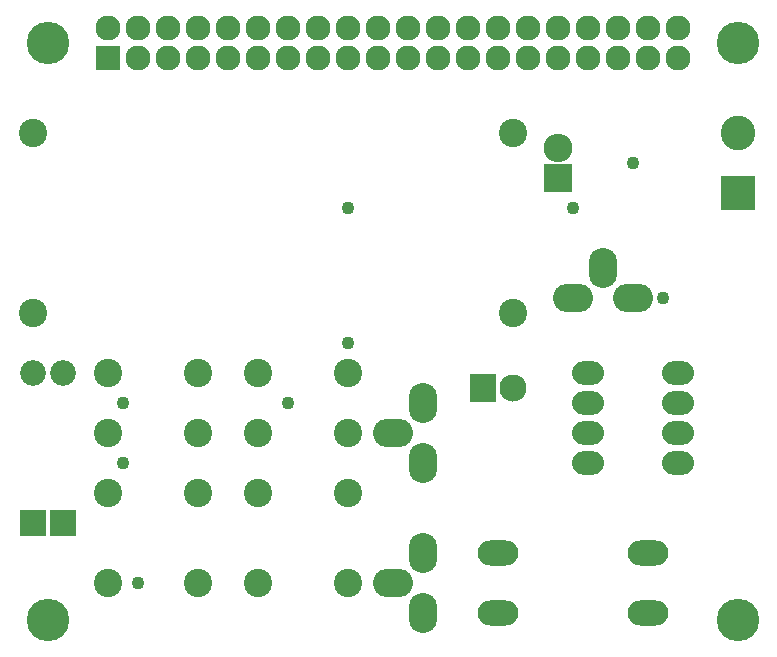
<source format=gbr>
G04 #@! TF.FileFunction,Soldermask,Bot*
%FSLAX46Y46*%
G04 Gerber Fmt 4.6, Leading zero omitted, Abs format (unit mm)*
G04 Created by KiCad (PCBNEW 4.0.4+e1-6308~48~ubuntu16.04.1-stable) date Fri Sep  9 22:58:31 2016*
%MOMM*%
%LPD*%
G01*
G04 APERTURE LIST*
%ADD10C,0.100000*%
%ADD11R,2.127200X2.127200*%
%ADD12O,2.127200X2.127200*%
%ADD13C,3.600000*%
%ADD14C,2.400000*%
%ADD15R,2.300000X2.400000*%
%ADD16C,2.300000*%
%ADD17C,2.178000*%
%ADD18R,2.178000X2.178000*%
%ADD19O,2.700000X2.000000*%
%ADD20R,2.432000X2.432000*%
%ADD21O,2.432000X2.432000*%
%ADD22R,2.940000X2.940000*%
%ADD23C,2.940000*%
%ADD24O,3.399740X2.398980*%
%ADD25O,2.398980X3.399740*%
%ADD26O,3.448000X2.127200*%
%ADD27C,1.085800*%
G04 APERTURE END LIST*
D10*
D11*
X46990000Y-45720000D03*
D12*
X46990000Y-43180000D03*
X49530000Y-45720000D03*
X49530000Y-43180000D03*
X52070000Y-45720000D03*
X52070000Y-43180000D03*
X54610000Y-45720000D03*
X54610000Y-43180000D03*
X57150000Y-45720000D03*
X57150000Y-43180000D03*
X59690000Y-45720000D03*
X59690000Y-43180000D03*
X62230000Y-45720000D03*
X62230000Y-43180000D03*
X64770000Y-45720000D03*
X64770000Y-43180000D03*
X67310000Y-45720000D03*
X67310000Y-43180000D03*
X69850000Y-45720000D03*
X69850000Y-43180000D03*
X72390000Y-45720000D03*
X72390000Y-43180000D03*
X74930000Y-45720000D03*
X74930000Y-43180000D03*
X77470000Y-45720000D03*
X77470000Y-43180000D03*
X80010000Y-45720000D03*
X80010000Y-43180000D03*
X82550000Y-45720000D03*
X82550000Y-43180000D03*
X85090000Y-45720000D03*
X85090000Y-43180000D03*
X87630000Y-45720000D03*
X87630000Y-43180000D03*
X90170000Y-45720000D03*
X90170000Y-43180000D03*
X92710000Y-45720000D03*
X92710000Y-43180000D03*
X95250000Y-45720000D03*
X95250000Y-43180000D03*
D13*
X41910000Y-44450000D03*
D14*
X40640000Y-67310000D03*
X81280000Y-67310000D03*
X40640000Y-52070000D03*
X81280000Y-52070000D03*
D15*
X78740000Y-73660000D03*
D16*
X81280000Y-73660000D03*
D17*
X40640000Y-72390000D03*
D18*
X40640000Y-85090000D03*
D17*
X43180000Y-72390000D03*
D18*
X43180000Y-85090000D03*
D19*
X87630000Y-72390000D03*
X87630000Y-74930000D03*
X87630000Y-77470000D03*
X87630000Y-80010000D03*
X95250000Y-80010000D03*
X95250000Y-77470000D03*
X95250000Y-74930000D03*
X95250000Y-72390000D03*
D20*
X85090000Y-55880000D03*
D21*
X85090000Y-53340000D03*
D22*
X100330000Y-57150000D03*
D23*
X100330000Y-52070000D03*
D24*
X71120000Y-90170000D03*
D25*
X73660000Y-92710000D03*
X73660000Y-87630000D03*
D24*
X71120000Y-77470000D03*
D25*
X73660000Y-80010000D03*
X73660000Y-74930000D03*
D14*
X54610000Y-72390000D03*
X54610000Y-77470000D03*
X54610000Y-82550000D03*
X46990000Y-72390000D03*
X46990000Y-77470000D03*
X46990000Y-82550000D03*
X46990000Y-90170000D03*
X54610000Y-90170000D03*
X67310000Y-72390000D03*
X67310000Y-77470000D03*
X67310000Y-82550000D03*
X59690000Y-72390000D03*
X59690000Y-77470000D03*
X59690000Y-82550000D03*
X59690000Y-90170000D03*
X67310000Y-90170000D03*
D26*
X92710000Y-87630000D03*
X92710000Y-92710000D03*
X80010000Y-87630000D03*
X80010000Y-92710000D03*
D25*
X88900000Y-63500000D03*
D24*
X86360000Y-66040000D03*
X91440000Y-66040000D03*
D13*
X100330000Y-44450000D03*
X41910000Y-93345000D03*
X100330000Y-93345000D03*
D27*
X93980000Y-66040000D03*
X91440000Y-54610000D03*
X86360000Y-58420000D03*
X49530000Y-90170000D03*
X48260000Y-80010000D03*
X62230000Y-74930000D03*
X48260000Y-74930000D03*
X67310000Y-58420000D03*
X67310000Y-69850000D03*
M02*

</source>
